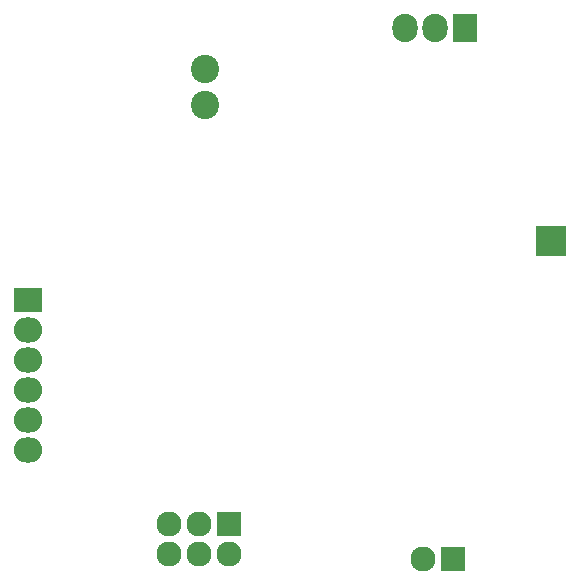
<source format=gbr>
G04 #@! TF.FileFunction,Soldermask,Bot*
%FSLAX46Y46*%
G04 Gerber Fmt 4.6, Leading zero omitted, Abs format (unit mm)*
G04 Created by KiCad (PCBNEW 4.0.2-4+6225~38~ubuntu14.04.1-stable) date Tue 29 Mar 2016 01:16:37 BST*
%MOMM*%
G01*
G04 APERTURE LIST*
%ADD10C,0.100000*%
%ADD11R,2.127200X2.127200*%
%ADD12O,2.127200X2.127200*%
%ADD13R,2.400000X2.127200*%
%ADD14O,2.400000X2.150000*%
%ADD15R,2.150000X2.400000*%
%ADD16O,2.150000X2.400000*%
%ADD17R,2.635200X2.635200*%
%ADD18C,2.400000*%
G04 APERTURE END LIST*
D10*
D11*
X76000000Y-178000000D03*
D12*
X73460000Y-178000000D03*
D13*
X40000000Y-156000000D03*
D14*
X40000000Y-158540000D03*
X40000000Y-161080000D03*
X40000000Y-163620000D03*
X40000000Y-166160000D03*
X40000000Y-168700000D03*
D11*
X57000000Y-175000000D03*
D12*
X57000000Y-177540000D03*
X54460000Y-175000000D03*
X54460000Y-177540000D03*
X51920000Y-175000000D03*
X51920000Y-177540000D03*
D15*
X77000000Y-133000000D03*
D16*
X74460000Y-133000000D03*
X71920000Y-133000000D03*
D17*
X84250000Y-151000000D03*
D18*
X55000000Y-136500000D03*
X55000000Y-139500000D03*
M02*

</source>
